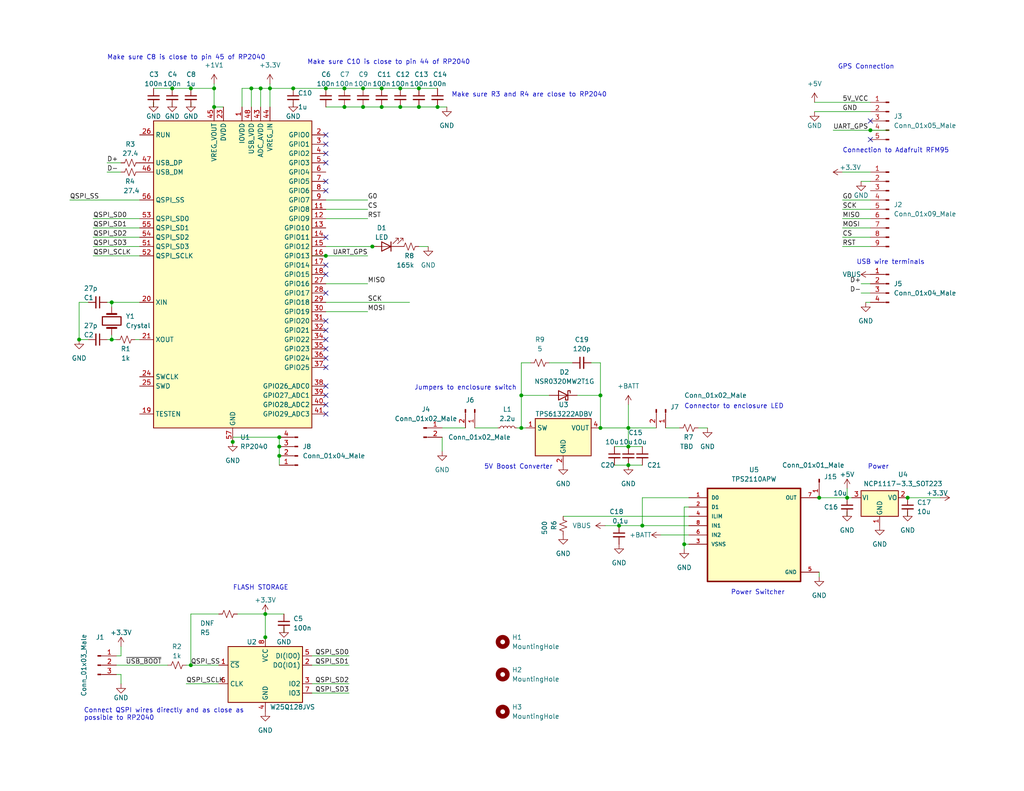
<source format=kicad_sch>
(kicad_sch (version 20211123) (generator eeschema)
  (paper "USLetter")
  (title_block (title "Rover Tranceiver") (date "2022-11-22") (rev "1") (company "Sean Bullis"))
  (lib_symbols
    (symbol "Connector:Conn_01x01_Male" (pin_names (offset 1.016) hide)
      (property "Reference" "J" (at 0 2.54 0))
      (property "Value" "Conn_01x01_Male" (at 0 -2.54 0))
      (symbol "Conn_01x01_Male_1_1"
        (pin passive line (at 5.08 0 180) (length 3.81) (name "Pin_1") (number "1"))
      )
    )
    (symbol "Connector:Conn_01x02_Male" (pin_names (offset 1.016) hide)
      (property "Reference" "J" (at 0 2.54 0))
      (property "Value" "Conn_01x02_Male" (at 0 -5.08 0))
      (symbol "Conn_01x02_Male_1_1"
        (pin passive line (at 5.08 0 180) (length 3.81) (name "Pin_1") (number "1"))
        (pin passive line (at 5.08 -2.54 180) (length 3.81) (name "Pin_2") (number "2"))
      )
    )
    (symbol "Connector:Conn_01x03_Male" (pin_names (offset 1.016) hide)
      (property "Reference" "J" (at 0 5.08 0))
      (property "Value" "Conn_01x03_Male" (at 0 -5.08 0))
      (symbol "Conn_01x03_Male_1_1"
        (pin passive line (at 5.08 2.54 180) (length 3.81) (name "Pin_1") (number "1"))
        (pin passive line (at 5.08 0 180) (length 3.81) (name "Pin_2") (number "2"))
        (pin passive line (at 5.08 -2.54 180) (length 3.81) (name "Pin_3") (number "3"))
      )
    )
    (symbol "Connector:Conn_01x04_Male" (pin_names (offset 1.016) hide)
      (property "Reference" "J" (at 0 5.08 0))
      (property "Value" "Conn_01x04_Male" (at 0 -7.62 0))
      (symbol "Conn_01x04_Male_1_1"
        (pin passive line (at 5.08 2.54 180) (length 3.81) (name "Pin_1") (number "1"))
        (pin passive line (at 5.08 0 180) (length 3.81) (name "Pin_2") (number "2"))
        (pin passive line (at 5.08 -2.54 180) (length 3.81) (name "Pin_3") (number "3"))
        (pin passive line (at 5.08 -5.08 180) (length 3.81) (name "Pin_4") (number "4"))
      )
    )
    (symbol "Connector:Conn_01x05_Male" (pin_names (offset 1.016) hide)
      (property "Reference" "J" (at 0 7.62 0))
      (property "Value" "Conn_01x05_Male" (at 0 -7.62 0))
      (symbol "Conn_01x05_Male_1_1"
        (pin passive line (at 5.08 5.08 180) (length 3.81) (name "Pin_1") (number "1"))
        (pin passive line (at 5.08 2.54 180) (length 3.81) (name "Pin_2") (number "2"))
        (pin passive line (at 5.08 0 180) (length 3.81) (name "Pin_3") (number "3"))
        (pin passive line (at 5.08 -2.54 180) (length 3.81) (name "Pin_4") (number "4"))
        (pin passive line (at 5.08 -5.08 180) (length 3.81) (name "Pin_5") (number "5"))
      )
    )
    (symbol "Connector:Conn_01x09_Male" (pin_names (offset 1.016) hide)
      (property "Reference" "J" (at 0 12.7 0))
      (property "Value" "Conn_01x09_Male" (at 0 -12.7 0))
      (symbol "Conn_01x09_Male_1_1"
        (pin passive line (at 5.08 10.16 180) (length 3.81) (name "Pin_1") (number "1"))
        (pin passive line (at 5.08 7.62 180) (length 3.81) (name "Pin_2") (number "2"))
        (pin passive line (at 5.08 5.08 180) (length 3.81) (name "Pin_3") (number "3"))
        (pin passive line (at 5.08 2.54 180) (length 3.81) (name "Pin_4") (number "4"))
        (pin passive line (at 5.08 0 180) (length 3.81) (name "Pin_5") (number "5"))
        (pin passive line (at 5.08 -2.54 180) (length 3.81) (name "Pin_6") (number "6"))
        (pin passive line (at 5.08 -5.08 180) (length 3.81) (name "Pin_7") (number "7"))
        (pin passive line (at 5.08 -7.62 180) (length 3.81) (name "Pin_8") (number "8"))
        (pin passive line (at 5.08 -10.16 180) (length 3.81) (name "Pin_9") (number "9"))
      )
    )
    (symbol "Device:C_Small" (pin_numbers hide) (pin_names (offset 0.254) hide)
      (property "Reference" "C" (at 0.254 1.778 0))
      (property "Value" "C_Small" (at 0.254 -2.032 0))
      (symbol "C_Small_1_1"
        (pin passive line (at 0 2.54 270) (length 2.032) (name "~") (number "1"))
        (pin passive line (at 0 -2.54 90) (length 2.032) (name "~") (number "2"))
      )
    )
    (symbol "Device:Crystal" (pin_numbers hide) (pin_names (offset 1.016) hide)
      (property "Reference" "Y" (at 0 3.81 0))
      (property "Value" "Crystal" (at 0 -3.81 0))
      (symbol "Crystal_1_1"
        (pin passive line (at -3.81 0 0) (length 1.27) (name "1") (number "1"))
        (pin passive line (at 3.81 0 180) (length 1.27) (name "2") (number "2"))
      )
    )
    (symbol "Device:LED" (pin_numbers hide) (pin_names (offset 1.016) hide)
      (property "Reference" "D" (at 0 2.54 0))
      (property "Value" "LED" (at 0 -2.54 0))
      (symbol "LED_1_1"
        (pin passive line (at -3.81 0 0) (length 2.54) (name "K") (number "1"))
        (pin passive line (at 3.81 0 180) (length 2.54) (name "A") (number "2"))
      )
    )
    (symbol "Device:L_Small" (pin_numbers hide) (pin_names (offset 0.254) hide)
      (property "Reference" "L" (at 0.762 1.016 0))
      (property "Value" "L_Small" (at 0.762 -1.016 0))
      (symbol "L_Small_1_1"
        (pin passive line (at 0 2.54 270) (length 0.508) (name "~") (number "1"))
        (pin passive line (at 0 -2.54 90) (length 0.508) (name "~") (number "2"))
      )
    )
    (symbol "Device:R_Small_US" (pin_numbers hide) (pin_names (offset 0.254) hide)
      (property "Reference" "R" (at 0.762 0.508 0))
      (property "Value" "R_Small_US" (at 0.762 -1.016 0))
      (symbol "R_Small_US_1_1"
        (pin passive line (at 0 2.54 270) (length 1.016) (name "~") (number "1"))
        (pin passive line (at 0 -2.54 90) (length 1.016) (name "~") (number "2"))
      )
    )
    (symbol "Diode:NSR0340HT1G" (pin_numbers hide) (pin_names (offset 1.016) hide)
      (property "Reference" "D" (at 0 2.54 0))
      (property "Value" "NSR0340HT1G" (at 0 -2.54 0))
      (symbol "NSR0340HT1G_1_1"
        (pin passive line (at -3.81 0 0) (length 2.54) (name "K") (number "1"))
        (pin passive line (at 3.81 0 180) (length 2.54) (name "A") (number "2"))
      )
    )
    (symbol "MCU_RaspberryPi:RP2040"
      (property "Reference" "U" (at 17.78 45.72 0))
      (property "Value" "RP2040" (at 17.78 43.18 0))
      (symbol "RP2040_1_1"
        (pin power_in line (at 2.54 45.72 270) (length 3.81) (name "IOVDD") (number "1"))
        (pin passive line (at 2.54 45.72 270) (length 3.81) hide (name "IOVDD") (number "10"))
        (pin bidirectional line (at 25.4 17.78 180) (length 3.81) (name "GPIO8") (number "11"))
        (pin bidirectional line (at 25.4 15.24 180) (length 3.81) (name "GPIO9") (number "12"))
        (pin bidirectional line (at 25.4 12.7 180) (length 3.81) (name "GPIO10") (number "13"))
        (pin bidirectional line (at 25.4 10.16 180) (length 3.81) (name "GPIO11") (number "14"))
        (pin bidirectional line (at 25.4 7.62 180) (length 3.81) (name "GPIO12") (number "15"))
        (pin bidirectional line (at 25.4 5.08 180) (length 3.81) (name "GPIO13") (number "16"))
        (pin bidirectional line (at 25.4 2.54 180) (length 3.81) (name "GPIO14") (number "17"))
        (pin bidirectional line (at 25.4 0 180) (length 3.81) (name "GPIO15") (number "18"))
        (pin input line (at -25.4 -38.1 0) (length 3.81) (name "TESTEN") (number "19"))
        (pin bidirectional line (at 25.4 38.1 180) (length 3.81) (name "GPIO0") (number "2"))
        (pin input line (at -25.4 -7.62 0) (length 3.81) (name "XIN") (number "20"))
        (pin passive line (at -25.4 -17.78 0) (length 3.81) (name "XOUT") (number "21"))
        (pin passive line (at 2.54 45.72 270) (length 3.81) hide (name "IOVDD") (number "22"))
        (pin power_in line (at -2.54 45.72 270) (length 3.81) (name "DVDD") (number "23"))
        (pin output line (at -25.4 -27.94 0) (length 3.81) (name "SWCLK") (number "24"))
        (pin bidirectional line (at -25.4 -30.48 0) (length 3.81) (name "SWD") (number "25"))
        (pin input line (at -25.4 38.1 0) (length 3.81) (name "RUN") (number "26"))
        (pin bidirectional line (at 25.4 -2.54 180) (length 3.81) (name "GPIO16") (number "27"))
        (pin bidirectional line (at 25.4 -5.08 180) (length 3.81) (name "GPIO17") (number "28"))
        (pin bidirectional line (at 25.4 -7.62 180) (length 3.81) (name "GPIO18") (number "29"))
        (pin bidirectional line (at 25.4 35.56 180) (length 3.81) (name "GPIO1") (number "3"))
        (pin bidirectional line (at 25.4 -10.16 180) (length 3.81) (name "GPIO19") (number "30"))
        (pin bidirectional line (at 25.4 -12.7 180) (length 3.81) (name "GPIO20") (number "31"))
        (pin bidirectional line (at 25.4 -15.24 180) (length 3.81) (name "GPIO21") (number "32"))
        (pin passive line (at 2.54 45.72 270) (length 3.81) hide (name "IOVDD") (number "33"))
        (pin bidirectional line (at 25.4 -17.78 180) (length 3.81) (name "GPIO22") (number "34"))
        (pin bidirectional line (at 25.4 -20.32 180) (length 3.81) (name "GPIO23") (number "35"))
        (pin bidirectional line (at 25.4 -22.86 180) (length 3.81) (name "GPIO24") (number "36"))
        (pin bidirectional line (at 25.4 -25.4 180) (length 3.81) (name "GPIO25") (number "37"))
        (pin bidirectional line (at 25.4 -30.48 180) (length 3.81) (name "GPIO26_ADC0") (number "38"))
        (pin bidirectional line (at 25.4 -33.02 180) (length 3.81) (name "GPIO27_ADC1") (number "39"))
        (pin bidirectional line (at 25.4 33.02 180) (length 3.81) (name "GPIO2") (number "4"))
        (pin bidirectional line (at 25.4 -35.56 180) (length 3.81) (name "GPIO28_ADC2") (number "40"))
        (pin bidirectional line (at 25.4 -38.1 180) (length 3.81) (name "GPIO29_ADC3") (number "41"))
        (pin passive line (at 2.54 45.72 270) (length 3.81) hide (name "IOVDD") (number "42"))
        (pin power_in line (at 7.62 45.72 270) (length 3.81) (name "ADC_AVDD") (number "43"))
        (pin power_in line (at 10.16 45.72 270) (length 3.81) (name "VREG_IN") (number "44"))
        (pin power_out line (at -5.08 45.72 270) (length 3.81) (name "VREG_VOUT") (number "45"))
        (pin bidirectional line (at -25.4 27.94 0) (length 3.81) (name "USB_DM") (number "46"))
        (pin bidirectional line (at -25.4 30.48 0) (length 3.81) (name "USB_DP") (number "47"))
        (pin power_in line (at 5.08 45.72 270) (length 3.81) (name "USB_VDD") (number "48"))
        (pin passive line (at 2.54 45.72 270) (length 3.81) hide (name "IOVDD") (number "49"))
        (pin bidirectional line (at 25.4 30.48 180) (length 3.81) (name "GPIO3") (number "5"))
        (pin passive line (at -2.54 45.72 270) (length 3.81) hide (name "DVDD") (number "50"))
        (pin bidirectional line (at -25.4 7.62 0) (length 3.81) (name "QSPI_SD3") (number "51"))
        (pin output line (at -25.4 5.08 0) (length 3.81) (name "QSPI_SCLK") (number "52"))
        (pin bidirectional line (at -25.4 15.24 0) (length 3.81) (name "QSPI_SD0") (number "53"))
        (pin bidirectional line (at -25.4 10.16 0) (length 3.81) (name "QSPI_SD2") (number "54"))
        (pin bidirectional line (at -25.4 12.7 0) (length 3.81) (name "QSPI_SD1") (number "55"))
        (pin bidirectional line (at -25.4 20.32 0) (length 3.81) (name "QSPI_SS") (number "56"))
        (pin power_in line (at 0 -45.72 90) (length 3.81) (name "GND") (number "57"))
        (pin bidirectional line (at 25.4 27.94 180) (length 3.81) (name "GPIO4") (number "6"))
        (pin bidirectional line (at 25.4 25.4 180) (length 3.81) (name "GPIO5") (number "7"))
        (pin bidirectional line (at 25.4 22.86 180) (length 3.81) (name "GPIO6") (number "8"))
        (pin bidirectional line (at 25.4 20.32 180) (length 3.81) (name "GPIO7") (number "9"))
      )
    )
    (symbol "Mechanical:MountingHole" (pin_names (offset 1.016))
      (property "Reference" "H" (at 0 5.08 0))
      (property "Value" "MountingHole" (at 0 3.175 0))
    )
    (symbol "Memory_Flash:W25Q128JVS"
      (property "Reference" "U" (at -8.89 8.89 0))
      (property "Value" "W25Q128JVS" (at 7.62 8.89 0))
      (symbol "W25Q128JVS_1_1"
        (pin input line (at -12.7 2.54 0) (length 2.54) (name "~{CS}") (number "1"))
        (pin bidirectional line (at 12.7 2.54 180) (length 2.54) (name "DO(IO1)") (number "2"))
        (pin bidirectional line (at 12.7 -2.54 180) (length 2.54) (name "IO2") (number "3"))
        (pin power_in line (at 0 -10.16 90) (length 2.54) (name "GND") (number "4"))
        (pin bidirectional line (at 12.7 5.08 180) (length 2.54) (name "DI(IO0)") (number "5"))
        (pin input line (at -12.7 -2.54 0) (length 2.54) (name "CLK") (number "6"))
        (pin bidirectional line (at 12.7 -5.08 180) (length 2.54) (name "IO3") (number "7"))
        (pin power_in line (at 0 10.16 270) (length 2.54) (name "VCC") (number "8"))
      )
    )
    (symbol "Regulator_Linear:NCP1117-3.3_SOT223" (pin_names (offset 0.254))
      (property "Reference" "U" (at -3.81 3.175 0))
      (property "Value" "NCP1117-3.3_SOT223" (at 0 3.175 0))
      (symbol "NCP1117-3.3_SOT223_1_1"
        (pin power_in line (at 0 -7.62 90) (length 2.54) (name "GND") (number "1"))
        (pin power_out line (at 7.62 0 180) (length 2.54) (name "VO") (number "2"))
        (pin power_in line (at -7.62 0 0) (length 2.54) (name "VI") (number "3"))
      )
    )
    (symbol "Regulator_Switching:TPS613222ADBV"
      (property "Reference" "U" (at -7.62 6.35 0))
      (property "Value" "TPS613222ADBV" (at 2.54 6.35 0))
      (symbol "TPS613222ADBV_1_1"
        (pin power_in line (at -10.16 2.54 0) (length 2.54) (name "SW") (number "1"))
        (pin power_in line (at 0 -7.62 90) (length 2.54) (name "GND") (number "2"))
        (pin no_connect line (at -7.62 -2.54 0) (length 2.54) hide (name "NC") (number "3"))
        (pin power_out line (at 10.16 2.54 180) (length 2.54) (name "VOUT") (number "4"))
        (pin no_connect line (at 7.62 -2.54 180) (length 2.54) hide (name "NC") (number "5"))
      )
    )
    (symbol "TPS2110APWR:TPS2110APW" (pin_names (offset 1.016))
      (property "Reference" "U" (at -12.7 13.7 0))
      (property "Value" "TPS2110APW" (at -12.7 -16.7 0))
      (symbol "TPS2110APW_0_0"
        (pin input line (at -17.78 10.16 0) (length 5.08) (name "D0") (number "1"))
        (pin input line (at -17.78 7.62 0) (length 5.08) (name "D1") (number "2"))
        (pin input line (at -17.78 -2.54 0) (length 5.08) (name "VSNS") (number "3"))
        (pin input line (at -17.78 5.08 0) (length 5.08) (name "ILIM") (number "4"))
        (pin power_in line (at 17.78 -10.16 180) (length 5.08) (name "GND") (number "5"))
        (pin input line (at -17.78 0 0) (length 5.08) (name "IN2") (number "6"))
        (pin output line (at 17.78 10.16 180) (length 5.08) (name "OUT") (number "7"))
        (pin input line (at -17.78 2.54 0) (length 5.08) (name "IN1") (number "8"))
      )
    )
    (symbol "power:+1V1" (power) (pin_names (offset 0))
      (property "Value" "+1V1" (at 0 3.556 0))
      (symbol "+1V1_1_1"
        (pin power_in line (at 0 0 90) (length 0) hide (name "+1V1") (number "1"))
      )
    )
    (symbol "power:+3.3V" (power) (pin_names (offset 0))
      (property "Value" "+3.3V" (at 0 3.556 0))
      (symbol "+3.3V_1_1"
        (pin power_in line (at 0 0 90) (length 0) hide (name "+3.3V") (number "1"))
      )
    )
    (symbol "power:+5V" (power) (pin_names (offset 0))
      (property "Value" "+5V" (at 0 3.556 0))
      (symbol "+5V_1_1"
        (pin power_in line (at 0 0 90) (length 0) hide (name "+5V") (number "1"))
      )
    )
    (symbol "power:+BATT" (power) (pin_names (offset 0))
      (property "Value" "+BATT" (at 0 3.556 0))
      (symbol "+BATT_1_1"
        (pin power_in line (at 0 0 90) (length 0) hide (name "+BATT") (number "1"))
      )
    )
    (symbol "power:GND" (power) (pin_names (offset 0))
      (property "Value" "GND" (at 0 -3.81 0))
      (symbol "GND_1_1"
        (pin power_in line (at 0 0 270) (length 0) hide (name "GND") (number "1"))
      )
    )
    (symbol "power:VBUS" (power) (pin_names (offset 0))
      (property "Value" "VBUS" (at 0 3.81 0))
      (symbol "VBUS_1_1"
        (pin power_in line (at 0 0 90) (length 0) hide (name "VBUS") (number "1"))
      )
    )
  )
  (junction (at 142.24 107.95))
  (junction (at 52.07 181.61))
  (junction (at 163.83 116.84))
  (junction (at 73.66 24.13))
  (junction (at 30.48 82.55))
  (junction (at 52.07 24.13))
  (junction (at 93.98 24.13))
  (junction (at 109.22 24.13))
  (junction (at 114.3 24.13))
  (junction (at 63.5 120.65))
  (junction (at 223.52 135.89))
  (junction (at 99.06 24.13))
  (junction (at 99.06 29.21))
  (junction (at 109.22 29.21))
  (junction (at 46.99 24.13))
  (junction (at 119.38 29.21))
  (junction (at 142.24 116.84))
  (junction (at 58.42 29.21))
  (junction (at 237.49 35.56))
  (junction (at 68.58 24.13))
  (junction (at 171.45 121.92))
  (junction (at 93.98 29.21))
  (junction (at 21.59 92.71))
  (junction (at 88.9 24.13))
  (junction (at 72.39 167.64))
  (junction (at 104.14 29.21))
  (junction (at 80.01 24.13))
  (junction (at 114.3 29.21))
  (junction (at 163.83 107.95))
  (junction (at 247.65 135.89))
  (junction (at 88.9 69.85))
  (junction (at 72.39 173.99))
  (junction (at 101.6 67.31))
  (junction (at 76.2 124.46))
  (junction (at 76.2 119.38))
  (junction (at 171.45 127))
  (junction (at 231.14 135.89))
  (junction (at 30.48 92.71))
  (junction (at 171.45 116.84))
  (junction (at 186.69 148.59))
  (junction (at 58.42 24.13))
  (junction (at 76.2 121.92))
  (junction (at 71.12 24.13))
  (junction (at 175.26 143.51))
  (junction (at 104.14 24.13))
  (junction (at 168.91 143.51))
  (no_connect (at 334.01 58.42))
  (no_connect (at 237.49 38.1))
  (no_connect (at 88.9 39.37))
  (no_connect (at 88.9 36.83))
  (no_connect (at 88.9 41.91))
  (no_connect (at 88.9 49.53))
  (no_connect (at 88.9 44.45))
  (no_connect (at 88.9 110.49))
  (no_connect (at 88.9 105.41))
  (no_connect (at 88.9 100.33))
  (no_connect (at 88.9 97.79))
  (no_connect (at 88.9 107.95))
  (no_connect (at 88.9 113.03))
  (no_connect (at 88.9 95.25))
  (no_connect (at 88.9 92.71))
  (no_connect (at 88.9 90.17))
  (no_connect (at 88.9 87.63))
  (no_connect (at 88.9 80.01))
  (no_connect (at 88.9 74.93))
  (no_connect (at 88.9 72.39))
  (no_connect (at 88.9 64.77))
  (no_connect (at 88.9 52.07))
  (no_connect (at 237.49 33.02))
  (wire (pts (xy 25.4 62.23) (xy 38.1 62.23)))
  (wire (pts (xy 80.01 24.13) (xy 88.9 24.13)))
  (wire (pts (xy 149.86 99.06) (xy 156.21 99.06)))
  (wire (pts (xy 88.9 29.21) (xy 93.98 29.21)))
  (wire (pts (xy 171.45 116.84) (xy 179.07 116.84)))
  (wire (pts (xy 231.14 135.89) (xy 232.41 135.89)))
  (wire (pts (xy 88.9 77.47) (xy 100.33 77.47)))
  (wire (pts (xy 85.09 179.07) (xy 95.25 179.07)))
  (wire (pts (xy 31.75 92.71) (xy 30.48 92.71)))
  (wire (pts (xy 114.3 29.21) (xy 119.38 29.21)))
  (wire (pts (xy 73.66 24.13) (xy 80.01 24.13)))
  (wire (pts (xy 68.58 24.13) (xy 71.12 24.13)))
  (wire (pts (xy 33.02 176.53) (xy 33.02 179.07)))
  (wire (pts (xy 46.99 24.13) (xy 52.07 24.13)))
  (wire (pts (xy 227.33 35.56) (xy 237.49 35.56)))
  (wire (pts (xy 36.83 92.71) (xy 38.1 92.71)))
  (wire (pts (xy 30.48 82.55) (xy 38.1 82.55)))
  (wire (pts (xy 30.48 91.44) (xy 30.48 92.71)))
  (wire (pts (xy 72.39 167.64) (xy 77.47 167.64)))
  (wire (pts (xy 52.07 27.94) (xy 52.07 29.21)))
  (wire (pts (xy 175.26 135.89) (xy 175.26 143.51)))
  (wire (pts (xy 120.65 116.84) (xy 127 116.84)))
  (wire (pts (xy 88.9 85.09) (xy 100.33 85.09)))
  (wire (pts (xy 171.45 121.92) (xy 175.26 121.92)))
  (wire (pts (xy 80.01 27.94) (xy 80.01 29.21)))
  (wire (pts (xy 66.04 24.13) (xy 68.58 24.13)))
  (wire (pts (xy 76.2 121.92) (xy 76.2 124.46)))
  (wire (pts (xy 171.45 110.49) (xy 171.45 116.84)))
  (wire (pts (xy 50.8 186.69) (xy 59.69 186.69)))
  (wire (pts (xy 63.5 119.38) (xy 76.2 119.38)))
  (wire (pts (xy 140.97 116.84) (xy 142.24 116.84)))
  (wire (pts (xy 114.3 24.13) (xy 119.38 24.13)))
  (wire (pts (xy 88.9 24.13) (xy 93.98 24.13)))
  (wire (pts (xy 72.39 167.64) (xy 72.39 173.99)))
  (wire (pts (xy 25.4 64.77) (xy 38.1 64.77)))
  (wire (pts (xy 175.26 135.89) (xy 187.96 135.89)))
  (wire (pts (xy 58.42 22.86) (xy 58.42 24.13)))
  (wire (pts (xy 163.83 116.84) (xy 171.45 116.84)))
  (wire (pts (xy 163.83 99.06) (xy 161.29 99.06)))
  (wire (pts (xy 167.64 127) (xy 171.45 127)))
  (wire (pts (xy 247.65 139.7) (xy 247.65 140.97)))
  (wire (pts (xy 88.9 67.31) (xy 101.6 67.31)))
  (wire (pts (xy 77.47 171.45) (xy 77.47 172.72)))
  (wire (pts (xy 64.77 167.64) (xy 72.39 167.64)))
  (wire (pts (xy 52.07 181.61) (xy 52.07 167.64)))
  (wire (pts (xy 88.9 54.61) (xy 100.33 54.61)))
  (wire (pts (xy 66.04 24.13) (xy 66.04 29.21)))
  (wire (pts (xy 165.1 143.51) (xy 168.91 143.51)))
  (wire (pts (xy 88.9 69.85) (xy 100.33 69.85)))
  (wire (pts (xy 229.87 59.69) (xy 237.49 59.69)))
  (wire (pts (xy 186.69 148.59) (xy 186.69 149.86)))
  (wire (pts (xy 181.61 116.84) (xy 185.42 116.84)))
  (wire (pts (xy 171.45 121.92) (xy 171.45 116.84)))
  (wire (pts (xy 88.9 59.69) (xy 100.33 59.69)))
  (wire (pts (xy 41.91 24.13) (xy 46.99 24.13)))
  (wire (pts (xy 50.8 181.61) (xy 52.07 181.61)))
  (wire (pts (xy 76.2 119.38) (xy 76.2 121.92)))
  (wire (pts (xy 52.07 181.61) (xy 59.69 181.61)))
  (wire (pts (xy 114.3 67.31) (xy 116.84 67.31)))
  (wire (pts (xy 142.24 107.95) (xy 142.24 99.06)))
  (wire (pts (xy 229.87 64.77) (xy 237.49 64.77)))
  (wire (pts (xy 73.66 24.13) (xy 73.66 29.21)))
  (wire (pts (xy 175.26 143.51) (xy 187.96 143.51)))
  (wire (pts (xy 186.69 138.43) (xy 186.69 148.59)))
  (wire (pts (xy 52.07 167.64) (xy 59.69 167.64)))
  (wire (pts (xy 19.05 54.61) (xy 38.1 54.61)))
  (wire (pts (xy 30.48 83.82) (xy 30.48 82.55)))
  (wire (pts (xy 229.87 46.99) (xy 237.49 46.99)))
  (wire (pts (xy 71.12 24.13) (xy 71.12 29.21)))
  (wire (pts (xy 104.14 24.13) (xy 109.22 24.13)))
  (wire (pts (xy 85.09 69.85) (xy 88.9 69.85)))
  (wire (pts (xy 222.25 30.48) (xy 237.49 30.48)))
  (wire (pts (xy 104.14 29.21) (xy 109.22 29.21)))
  (wire (pts (xy 234.95 77.47) (xy 237.49 77.47)))
  (wire (pts (xy 25.4 67.31) (xy 38.1 67.31)))
  (wire (pts (xy 247.65 135.89) (xy 256.54 135.89)))
  (wire (pts (xy 71.12 24.13) (xy 73.66 24.13)))
  (wire (pts (xy 109.22 24.13) (xy 114.3 24.13)))
  (wire (pts (xy 119.38 29.21) (xy 121.92 29.21)))
  (wire (pts (xy 25.4 59.69) (xy 38.1 59.69)))
  (wire (pts (xy 153.67 140.97) (xy 187.96 140.97)))
  (wire (pts (xy 157.48 107.95) (xy 163.83 107.95)))
  (wire (pts (xy 171.45 127) (xy 175.26 127)))
  (wire (pts (xy 236.22 82.55) (xy 237.49 82.55)))
  (wire (pts (xy 31.75 184.15) (xy 33.02 184.15)))
  (wire (pts (xy 234.95 49.53) (xy 237.49 49.53)))
  (wire (pts (xy 58.42 24.13) (xy 58.42 29.21)))
  (wire (pts (xy 109.22 29.21) (xy 114.3 29.21)))
  (wire (pts (xy 222.25 27.94) (xy 237.49 27.94)))
  (wire (pts (xy 33.02 184.15) (xy 33.02 186.69)))
  (wire (pts (xy 99.06 29.21) (xy 104.14 29.21)))
  (wire (pts (xy 163.83 116.84) (xy 163.83 107.95)))
  (wire (pts (xy 85.09 181.61) (xy 95.25 181.61)))
  (wire (pts (xy 31.75 181.61) (xy 45.72 181.61)))
  (wire (pts (xy 231.14 139.7) (xy 231.14 140.97)))
  (wire (pts (xy 52.07 24.13) (xy 58.42 24.13)))
  (wire (pts (xy 68.58 24.13) (xy 68.58 29.21)))
  (wire (pts (xy 223.52 156.21) (xy 223.52 157.48)))
  (wire (pts (xy 93.98 29.21) (xy 99.06 29.21)))
  (wire (pts (xy 73.66 22.86) (xy 73.66 24.13)))
  (wire (pts (xy 88.9 82.55) (xy 111.76 82.55)))
  (wire (pts (xy 187.96 138.43) (xy 186.69 138.43)))
  (wire (pts (xy 168.91 143.51) (xy 175.26 143.51)))
  (wire (pts (xy 142.24 99.06) (xy 144.78 99.06)))
  (wire (pts (xy 231.14 133.35) (xy 231.14 135.89)))
  (wire (pts (xy 142.24 116.84) (xy 143.51 116.84)))
  (wire (pts (xy 25.4 69.85) (xy 38.1 69.85)))
  (wire (pts (xy 63.5 119.38) (xy 63.5 120.65)))
  (wire (pts (xy 31.75 179.07) (xy 33.02 179.07)))
  (wire (pts (xy 229.87 62.23) (xy 237.49 62.23)))
  (wire (pts (xy 142.24 116.84) (xy 142.24 107.95)))
  (wire (pts (xy 142.24 107.95) (xy 149.86 107.95)))
  (wire (pts (xy 180.34 146.05) (xy 187.96 146.05)))
  (wire (pts (xy 85.09 189.23) (xy 95.25 189.23)))
  (wire (pts (xy 41.91 27.94) (xy 41.91 29.21)))
  (wire (pts (xy 76.2 124.46) (xy 76.2 127)))
  (wire (pts (xy 129.54 116.84) (xy 135.89 116.84)))
  (wire (pts (xy 120.65 119.38) (xy 120.65 123.19)))
  (wire (pts (xy 186.69 148.59) (xy 187.96 148.59)))
  (wire (pts (xy 223.52 135.89) (xy 231.14 135.89)))
  (wire (pts (xy 24.13 82.55) (xy 21.59 82.55)))
  (wire (pts (xy 234.95 80.01) (xy 237.49 80.01)))
  (wire (pts (xy 58.42 29.21) (xy 60.96 29.21)))
  (wire (pts (xy 93.98 24.13) (xy 99.06 24.13)))
  (wire (pts (xy 85.09 186.69) (xy 95.25 186.69)))
  (wire (pts (xy 99.06 24.13) (xy 104.14 24.13)))
  (wire (pts (xy 21.59 92.71) (xy 24.13 92.71)))
  (wire (pts (xy 229.87 67.31) (xy 237.49 67.31)))
  (wire (pts (xy 163.83 107.95) (xy 163.83 99.06)))
  (wire (pts (xy 167.64 121.92) (xy 171.45 121.92)))
  (wire (pts (xy 29.21 46.99) (xy 33.02 46.99)))
  (wire (pts (xy 29.21 92.71) (xy 30.48 92.71)))
  (wire (pts (xy 190.5 116.84) (xy 193.04 116.84)))
  (wire (pts (xy 72.39 173.99) (xy 72.39 175.26)))
  (wire (pts (xy 101.6 67.31) (xy 102.87 67.31)))
  (wire (pts (xy 29.21 82.55) (xy 30.48 82.55)))
  (wire (pts (xy 46.99 27.94) (xy 46.99 29.21)))
  (wire (pts (xy 21.59 82.55) (xy 21.59 92.71)))
  (wire (pts (xy 29.21 44.45) (xy 33.02 44.45)))
  (wire (pts (xy 242.57 35.56) (xy 237.49 35.56)))
  (wire (pts (xy 229.87 54.61) (xy 237.49 54.61)))
  (wire (pts (xy 229.87 57.15) (xy 237.49 57.15)))
  (wire (pts (xy 88.9 57.15) (xy 100.33 57.15)))
  (text "Connect QSPI wires directly and as close as \npossible to RP2040" (at 22.86 196.85 0) (effects (font (size 1.27 1.27)) (justify left bottom)))
  (text "Power" (at 242.57 128.27 180) (effects (font (size 1.27 1.27)) (justify right bottom)))
  (text "Make sure R3 and R4 are close to RP2040\n" (at 123.19 26.67 0) (effects (font (size 1.27 1.27)) (justify left bottom)))
  (text "5V Boost Converter" (at 132.08 128.27 0) (effects (font (size 1.27 1.27)) (justify left bottom)))
  (text "USB wire terminals\n" (at 233.68 72.39 0) (effects (font (size 1.27 1.27)) (justify left bottom)))
  (text "Connector to enclosure LED\n" (at 186.69 111.76 0) (effects (font (size 1.27 1.27)) (justify left bottom)))
  (text "Make sure C8 is close to pin 45 of RP2040\n" (at 29.21 16.51 0) (effects (font (size 1.27 1.27)) (justify left bottom)))
  (text "Jumpers to enclosure switch" (at 113.03 106.68 0) (effects (font (size 1.27 1.27)) (justify left bottom)))
  (text "Power Switcher\n" (at 199.39 162.56 0) (effects (font (size 1.27 1.27)) (justify left bottom)))
  (text "GPS Connection\n" (at 228.6 19.05 0) (effects (font (size 1.27 1.27)) (justify left bottom)))
  (text "Connection to Adafruit RFM95\n" (at 229.87 41.91 0) (effects (font (size 1.27 1.27)) (justify left bottom)))
  (text "Make sure C10 is close to pin 44 of RP2040\n" (at 83.82 17.78 0) (effects (font (size 1.27 1.27)) (justify left bottom)))
  (text "FLASH STORAGE" (at 78.74 161.29 180) (effects (font (size 1.27 1.27)) (justify right bottom)))
  (label "RST" (at 229.87 67.31 0))
  (label "QSPI_SD1" (at 25.4 62.23 0))
  (label "QSPI_SD2" (at 95.25 186.69 180))
  (label "MOSI" (at 229.87 62.23 0))
  (label "QSPI_SS" (at 19.05 54.61 0))
  (label "SCK" (at 229.87 57.15 0))
  (label "QSPI_SD3" (at 25.4 67.31 0))
  (label "QSPI_SD2" (at 25.4 64.77 0))
  (label "UART_GPS" (at 227.33 35.56 0))
  (label "G0" (at 229.87 54.61 0))
  (label "QSPI_SD0" (at 25.4 59.69 0))
  (label "5V_VCC" (at 229.87 27.94 0))
  (label "GND" (at 229.87 30.48 0))
  (label "D-" (at 234.95 80.01 180))
  (label "D-" (at 29.21 46.99 0))
  (label "G0" (at 100.33 54.61 0))
  (label "~{USB_BOOT}" (at 34.29 181.61 0))
  (label "QSPI_SD1" (at 95.25 181.61 180))
  (label "RST" (at 100.33 59.69 0))
  (label "QSPI_SCLK" (at 25.4 69.85 0))
  (label "MISO" (at 100.33 77.47 0))
  (label "MISO" (at 229.87 59.69 0))
  (label "QSPI_SCLK" (at 50.8 186.69 0))
  (label "QSPI_SD0" (at 95.25 179.07 180))
  (label "QSPI_SS" (at 52.07 181.61 0))
  (label "QSPI_SD3" (at 95.25 189.23 180))
  (label "MOSI" (at 100.33 85.09 0))
  (label "D+" (at 29.21 44.45 0))
  (label "UART_GPS" (at 100.33 69.85 180))
  (label "SCK" (at 100.33 82.55 0))
  (label "D+" (at 234.95 77.47 180))
  (label "CS" (at 229.87 64.77 0))
  (label "CS" (at 100.33 57.15 0))
  (symbol (lib_id "power:GND") (at 168.91 148.59 0) (mirror y) (unit 1)
    (property "Reference" "#PWR0137" (effects hide))
    (property "Value" "GND" (at 168.91 153.67 0))
  )
  (symbol (lib_id "power:GND") (at 52.07 27.94 0) (unit 1)
    (property "Reference" "#PWR0107" (effects hide))
    (property "Value" "GND" (at 52.07 31.75 0))
  )
  (symbol (lib_id "power:GND") (at 153.67 127 0) (unit 1)
    (property "Reference" "#PWR0122" (effects hide))
    (property "Value" "GND" (at 153.67 132.08 0))
  )
  (symbol (lib_id "Device:C_Small") (at 104.14 26.67 0) (unit 1)
    (property "Reference" "C11" (at 102.87 20.32 0) (effects (justify left)))
    (property "Value" "100n" (at 101.6 22.86 0) (effects (justify left)))
    (property "Footprint" "Capacitor_SMD:C_0603_1608Metric_Pad1.08x0.95mm_HandSolder" (effects hide))
    (property "Category" "Capacitor" (effects hide))
    (property "DK_Datasheet_Link" "https://search.murata.co.jp/Ceramy/image/img/A01X/G101/ENG/GRT033C81A104KE01-01.pdf" (effects hide))
    (property "DK_Detail_Page" "https://www.digikey.com/en/products/detail/murata-electronics/GRT033C81A104KE01D/5416654" (effects hide))
    (property "Digi-Key_PN" "490-12232-1-ND" (effects hide))
  )
  (symbol (lib_id "power:GND") (at 153.67 146.05 0) (unit 1)
    (property "Reference" "#PWR0123" (effects hide))
    (property "Value" "GND" (at 153.67 151.13 0))
  )
  (symbol (lib_id "Device:C_Small") (at 41.91 26.67 0) (unit 1)
    (property "Reference" "C3" (at 40.64 20.32 0) (effects (justify left)))
    (property "Value" "100n" (at 39.37 22.86 0) (effects (justify left)))
    (property "Footprint" "Capacitor_SMD:C_0603_1608Metric_Pad1.08x0.95mm_HandSolder" (effects hide))
    (property "Category" "Capacitor" (effects hide))
    (property "DK_Datasheet_Link" "https://search.murata.co.jp/Ceramy/image/img/A01X/G101/ENG/GRT033C81A104KE01-01.pdf" (effects hide))
    (property "DK_Detail_Page" "https://www.digikey.com/en/products/detail/murata-electronics/GRT033C81A104KE01D/5416654" (effects hide))
    (property "Digi-Key_PN" "490-12232-1-ND" (effects hide))
  )
  (symbol (lib_id "Connector:Conn_01x09_Male") (at 242.57 57.15 0) (mirror y) (unit 1)
    (property "Reference" "J2" (at 243.84 55.8799 0) (effects (justify right)))
    (property "Value" "Conn_01x09_Male" (at 243.84 58.4199 0) (effects (justify right)))
    (property "Footprint" "Connector_PinHeader_2.54mm:PinHeader_1x09_P2.54mm_Vertical" (effects hide))
  )
  (symbol (lib_id "Device:R_Small_US") (at 48.26 181.61 270) (unit 1)
    (property "Reference" "R2" (at 48.26 176.53 90))
    (property "Value" "1k" (at 48.26 179.07 90))
    (property "Footprint" "Resistor_SMD:R_0603_1608Metric_Pad0.98x0.95mm_HandSolder" (effects hide))
    (property "Category" "Resistor" (effects hide))
    (property "DK_Datasheet_Link" "https://www.seielect.com/catalog/sei-rncp.pdf" (effects hide))
    (property "DK_Detail_Page" "https://www.digikey.com/en/products/detail/stackpole-electronics-inc/RNCP0603FTD1K00/2240106" (effects hide))
    (property "Digi-Key_PN" "RNCP0603FTD1K00CT-ND" (effects hide))
  )
  (symbol (lib_id "Device:C_Small") (at 175.26 124.46 0) (unit 1)
    (property "Reference" "C21" (at 176.53 127 0) (effects (justify left)))
    (property "Value" "10u" (at 172.72 120.65 0) (effects (justify left)))
    (property "Footprint" "Capacitor_SMD:C_0603_1608Metric_Pad1.08x0.95mm_HandSolder" (effects hide))
    (property "Category" "Capacitor" (effects hide))
    (property "DK_Datasheet_Link" "https://search.murata.co.jp/Ceramy/image/img/A01X/G101/ENG/GRT033C81A104KE01-01.pdf" (effects hide))
    (property "DK_Detail_Page" "https://www.digikey.com/en/products/detail/murata-electronics/GRT033C81A104KE01D/5416654" (effects hide))
    (property "Digi-Key_PN" "490-12232-1-ND" (effects hide))
  )
  (symbol (lib_id "Device:C_Small") (at 167.64 124.46 0) (unit 1)
    (property "Reference" "C20" (at 163.83 127 0) (effects (justify left)))
    (property "Value" "10u" (at 165.1 120.65 0) (effects (justify left)))
    (property "Footprint" "Capacitor_SMD:C_0603_1608Metric_Pad1.08x0.95mm_HandSolder" (effects hide))
    (property "Category" "Capacitor" (effects hide))
    (property "DK_Datasheet_Link" "https://search.murata.co.jp/Ceramy/image/img/A01X/G101/ENG/GRT033C81A104KE01-01.pdf" (effects hide))
    (property "DK_Detail_Page" "https://www.digikey.com/en/products/detail/murata-electronics/GRT033C81A104KE01D/5416654" (effects hide))
    (property "Digi-Key_PN" "490-12232-1-ND" (effects hide))
  )
  (symbol (lib_id "power:+BATT") (at 180.34 146.05 90) (unit 1)
    (property "Reference" "#PWR0136" (effects hide))
    (property "Value" "+BATT" (at 177.8 146.05 90) (effects (justify left)))
  )
  (symbol (lib_id "Connector:Conn_01x05_Male") (at 242.57 33.02 0) (mirror y) (unit 1)
    (property "Reference" "J3" (at 243.84 31.7499 0) (effects (justify right)))
    (property "Value" "Conn_01x05_Male" (at 243.84 34.2899 0) (effects (justify right)))
    (property "Footprint" "Connector_PinHeader_2.54mm:PinHeader_1x05_P2.54mm_Vertical" (effects hide))
  )
  (symbol (lib_id "MCU_RaspberryPi:RP2040") (at 63.5 74.93 0) (unit 1)
    (property "Reference" "U1" (at 65.5194 119.38 0) (effects (justify left)))
    (property "Value" "RP2040" (at 65.5194 121.92 0) (effects (justify left)))
    (property "Footprint" "Package_DFN_QFN:QFN-56-1EP_7x7mm_P0.4mm_EP3.2x3.2mm" (effects hide))
    (property "Datasheet" "https://datasheets.raspberrypi.com/rp2040/rp2040-datasheet.pdf" (effects hide))
    (property "Part Number" "2648-SC0914(7)TR-ND" (effects hide))
    (property "Stocking" "https://www.digikey.com/en/products/detail/raspberry-pi/SC0914-7/14306009" (effects hide))
    (property "Category" "Micocontroller" (effects hide))
    (property "DK_Datasheet_Link" "https://datasheets.raspberrypi.com/rp2040/rp2040-datasheet.pdf" (effects hide))
    (property "DK_Detail_Page" "https://www.digikey.com/en/products/detail/raspberry-pi/SC0914-13/14306010" (effects hide))
    (property "Digi-Key_PN" "2648-SC0914(13)CT-ND" (effects hide))
  )
  (symbol (lib_id "power:GND") (at 223.52 157.48 0) (unit 1)
    (property "Reference" "#PWR0127" (effects hide))
    (property "Value" "GND" (at 223.52 162.56 0))
  )
  (symbol (lib_id "power:GND") (at 46.99 27.94 0) (unit 1)
    (property "Reference" "#PWR0105" (effects hide))
    (property "Value" "GND" (at 46.99 31.75 0))
  )
  (symbol (lib_id "power:GND") (at 120.65 123.19 0) (unit 1)
    (property "Reference" "#PWR0131" (effects hide))
    (property "Value" "GND" (at 120.65 128.27 0))
  )
  (symbol (lib_id "power:GND") (at 77.47 171.45 0) (unit 1)
    (property "Reference" "#PWR0110" (effects hide))
    (property "Value" "GND" (at 77.47 175.26 0))
  )
  (symbol (lib_id "Device:C_Small") (at 99.06 26.67 0) (unit 1)
    (property "Reference" "C9" (at 97.79 20.32 0) (effects (justify left)))
    (property "Value" "100n" (at 96.52 22.86 0) (effects (justify left)))
    (property "Footprint" "Capacitor_SMD:C_0603_1608Metric_Pad1.08x0.95mm_HandSolder" (effects hide))
    (property "Category" "Capacitor" (effects hide))
    (property "DK_Datasheet_Link" "https://search.murata.co.jp/Ceramy/image/img/A01X/G101/ENG/GRT033C81A104KE01-01.pdf" (effects hide))
    (property "DK_Detail_Page" "https://www.digikey.com/en/products/detail/murata-electronics/GRT033C81A104KE01D/5416654" (effects hide))
    (property "Digi-Key_PN" "490-12232-1-ND" (effects hide))
  )
  (symbol (lib_id "power:GND") (at 240.03 143.51 0) (unit 1)
    (property "Reference" "#PWR0120" (effects hide))
    (property "Value" "GND" (at 240.03 148.59 0))
  )
  (symbol (lib_id "Device:C_Small") (at 46.99 26.67 0) (unit 1)
    (property "Reference" "C4" (at 45.72 20.32 0) (effects (justify left)))
    (property "Value" "100n" (at 44.45 22.86 0) (effects (justify left)))
    (property "Footprint" "Capacitor_SMD:C_0603_1608Metric_Pad1.08x0.95mm_HandSolder" (effects hide))
    (property "Category" "Capacitor" (effects hide))
    (property "DK_Datasheet_Link" "https://search.murata.co.jp/Ceramy/image/img/A01X/G101/ENG/GRT033C81A104KE01-01.pdf" (effects hide))
    (property "DK_Detail_Page" "https://www.digikey.com/en/products/detail/murata-electronics/GRT033C81A104KE01D/5416654" (effects hide))
    (property "Digi-Key_PN" "490-12232-1-ND" (effects hide))
  )
  (symbol (lib_id "power:VBUS") (at 165.1 143.51 90) (unit 1)
    (property "Reference" "#PWR0114" (effects hide))
    (property "Value" "VBUS" (at 161.29 143.5099 90) (effects (justify left)))
  )
  (symbol (lib_id "power:GND") (at 171.45 127 0) (unit 1)
    (property "Reference" "#PWR0125" (effects hide))
    (property "Value" "GND" (at 171.45 132.08 0))
  )
  (symbol (lib_id "power:GND") (at 80.01 27.94 0) (unit 1)
    (property "Reference" "#PWR0104" (effects hide))
    (property "Value" "GND" (at 80.01 31.75 0))
  )
  (symbol (lib_id "Connector:Conn_01x04_Male") (at 81.28 124.46 180) (unit 1)
    (property "Reference" "J8" (at 82.55 121.9199 0) (effects (justify right)))
    (property "Value" "Conn_01x04_Male" (at 82.55 124.4599 0) (effects (justify right)))
    (property "Footprint" "Connector_PinHeader_2.54mm:PinHeader_1x04_P2.54mm_Vertical" (effects hide))
  )
  (symbol (lib_id "power:GND") (at 116.84 67.31 0) (unit 1)
    (property "Reference" "#PWR0135" (effects hide))
    (property "Value" "GND" (at 116.84 72.39 0))
  )
  (symbol (lib_id "power:GND") (at 63.5 120.65 0) (unit 1)
    (property "Reference" "#PWR0108" (effects hide))
    (property "Value" "GND" (at 63.5 125.73 0))
  )
  (symbol (lib_id "Device:Crystal") (at 30.48 87.63 270) (unit 1)
    (property "Reference" "Y1" (at 34.29 86.3599 90) (effects (justify left)))
    (property "Value" "Crystal" (at 34.29 88.8999 90) (effects (justify left)))
    (property "Footprint" "Crystal:Crystal_SMD_HC49-SD" (effects hide))
    (property "Part Number" "535-10218-1-ND" (effects hide))
    (property "Stocking" "digikey.com/en/products/detail/abracon-llc/ABLS-12-000MHZ-B4-T/2184161?s=N4IgTCBcDaIIICEAyBlAtARjAOgAz4FkAJALTQQBY0AVEAXQF8g" (effects hide))
    (property "Category" "Clock" (effects hide))
    (property "DK_Datasheet_Link" "https://abracon.com/Resonators/ABLS.pdf" (effects hide))
    (property "DK_Detail_Page" "https://www.digikey.com/en/products/detail/abracon-llc/ABLS-12-000MHZ-B4-T/2184161?s=N4IgTCBcDaIIICEAyBlAtARjAOgAz4FkAJALTQQBY0AVEAXQF8g" (effects hide))
    (property "Digi-Key_PN" "535-10218-1-ND - Cut Tape" (effects hide))
  )
  (symbol (lib_id "Device:C_Small") (at 88.9 26.67 0) (unit 1)
    (property "Reference" "C6" (at 87.63 20.32 0) (effects (justify left)))
    (property "Value" "100n" (at 86.36 22.86 0) (effects (justify left)))
    (property "Footprint" "Capacitor_SMD:C_0603_1608Metric_Pad1.08x0.95mm_HandSolder" (effects hide))
    (property "Category" "Capacitor" (effects hide))
    (property "DK_Datasheet_Link" "https://search.murata.co.jp/Ceramy/image/img/A01X/G101/ENG/GRT033C81A104KE01-01.pdf" (effects hide))
    (property "DK_Detail_Page" "https://www.digikey.com/en/products/detail/murata-electronics/GRT033C81A104KE01D/5416654" (effects hide))
    (property "Digi-Key_PN" "490-12232-1-ND" (effects hide))
  )
  (symbol (lib_id "Device:C_Small") (at 171.45 124.46 0) (unit 1)
    (property "Reference" "C15" (at 171.45 118.11 0) (effects (justify left)))
    (property "Value" "10u" (at 168.91 120.65 0) (effects (justify left)))
    (property "Footprint" "Capacitor_SMD:C_0603_1608Metric_Pad1.08x0.95mm_HandSolder" (effects hide))
    (property "Category" "Capacitor" (effects hide))
    (property "DK_Datasheet_Link" "https://search.murata.co.jp/Ceramy/image/img/A01X/G101/ENG/GRT033C81A104KE01-01.pdf" (effects hide))
    (property "DK_Detail_Page" "https://www.digikey.com/en/products/detail/murata-electronics/GRT033C81A104KE01D/5416654" (effects hide))
    (property "Digi-Key_PN" "490-12232-1-ND" (effects hide))
  )
  (symbol (lib_id "Device:C_Small") (at 93.98 26.67 0) (unit 1)
    (property "Reference" "C7" (at 92.71 20.32 0) (effects (justify left)))
    (property "Value" "100n" (at 91.44 22.86 0) (effects (justify left)))
    (property "Footprint" "Capacitor_SMD:C_0603_1608Metric_Pad1.08x0.95mm_HandSolder" (effects hide))
    (property "Category" "Capacitor" (effects hide))
    (property "DK_Datasheet_Link" "https://search.murata.co.jp/Ceramy/image/img/A01X/G101/ENG/GRT033C81A104KE01-01.pdf" (effects hide))
    (property "DK_Detail_Page" "https://www.digikey.com/en/products/detail/murata-electronics/GRT033C81A104KE01D/5416654" (effects hide))
    (property "Digi-Key_PN" "490-12232-1-ND" (effects hide))
  )
  (symbol (lib_id "Mechanical:MountingHole") (at 137.16 184.15 0) (unit 1)
    (property "Reference" "H2" (at 139.7 182.8799 0) (effects (justify left)))
    (property "Value" "MountingHole" (at 139.7 185.4199 0) (effects (justify left)))
    (property "Footprint" "MountingHole:MountingHole_2.1mm" (effects hide))
  )
  (symbol (lib_id "Device:R_Small_US") (at 111.76 67.31 90) (unit 1)
    (property "Reference" "R8" (at 113.03 69.85 90) (effects (justify left)))
    (property "Value" "165k" (at 113.03 72.39 90) (effects (justify left)))
    (property "Footprint" "Resistor_SMD:R_0603_1608Metric_Pad0.98x0.95mm_HandSolder" (effects hide))
    (property "Category" "Resistor" (effects hide))
    (property "DK_Datasheet_Link" "https://www.seielect.com/catalog/sei-rncp.pdf" (effects hide))
    (property "DK_Detail_Page" "https://www.digikey.com/en/products/detail/stackpole-electronics-inc/RNCP0603FTD1K00/2240106" (effects hide))
    (property "Digi-Key_PN" "RNCP0603FTD1K00CT-ND" (effects hide))
  )
  (symbol (lib_id "Device:R_Small_US") (at 35.56 46.99 90) (unit 1)
    (property "Reference" "R4" (at 36.83 49.53 90) (effects (justify left)))
    (property "Value" "27.4" (at 38.1 52.07 90) (effects (justify left)))
    (property "Footprint" "Resistor_SMD:R_0603_1608Metric_Pad0.98x0.95mm_HandSolder" (effects hide))
    (property "Category" "Resistor" (effects hide))
    (property "DK_Datasheet_Link" "https://industrial.panasonic.com/cdbs/www-data/pdf/RDA0000/AOA0000C304.pdf" (effects hide))
    (property "Digi-Key_PN" "P27.4HCT-ND" (effects hide))
    (property "DK_Detail_Page" "https://www.digikey.com/en/products/detail/panasonic-electronic-components/ERJ-3EKF27R4V/196252" (effects hide))
  )
  (symbol (lib_id "power:+BATT") (at 171.45 110.49 0) (unit 1)
    (property "Reference" "#PWR0130" (effects hide))
    (property "Value" "+BATT" (at 171.45 105.41 0))
  )
  (symbol (lib_id "power:GND") (at 231.14 139.7 0) (unit 1)
    (property "Reference" "#PWR0119" (effects hide))
    (property "Value" "GND" (at 231.14 144.78 0))
  )
  (symbol (lib_id "Device:R_Small_US") (at 62.23 167.64 270) (unit 1)
    (property "Reference" "R5" (at 54.61 172.72 90) (effects (justify left)))
    (property "Value" "DNF" (at 54.61 170.18 90) (effects (justify left)))
    (property "Footprint" "Resistor_SMD:R_0603_1608Metric_Pad0.98x0.95mm_HandSolder" (effects hide))
    (property "Category" "-" (effects hide))
    (property "DK_Datasheet_Link" "-" (effects hide))
    (property "DK_Detail_Page" "-" (effects hide))
    (property "Digi-Key_PN" "-" (effects hide))
  )
  (symbol (lib_id "Diode:NSR0340HT1G") (at 153.67 107.95 0) (mirror y) (unit 1)
    (property "Reference" "D2" (at 153.9875 101.6 0))
    (property "Value" "NSR0320MW2T1G" (at 153.9875 104.14 0))
    (property "Footprint" "Diode_SMD:D_SOD-323" (effects hide))
    (property "Datasheet" "https://www.onsemi.com/pdf/datasheet/nsr0320mw2t1-d.pdf" (effects hide))
    (property "Category" "Diode" (effects hide))
    (property "DK_Datasheet_Link" "https://www.digikey.com/en/products/detail/onsemi/NSR0320MW2T1G/1218949" (effects hide))
  )
  (symbol (lib_id "Device:L_Small") (at 138.43 116.84 90) (unit 1)
    (property "Reference" "L1" (at 138.43 111.76 90))
    (property "Value" "2.2u" (at 138.43 114.3 90))
    (property "Footprint" "Inductor_SMD:L_0402_1005Metric" (effects hide))
  )
  (symbol (lib_id "Device:C_Small") (at 109.22 26.67 0) (unit 1)
    (property "Reference" "C12" (at 107.95 20.32 0) (effects (justify left)))
    (property "Value" "100n" (at 106.68 22.86 0) (effects (justify left)))
    (property "Footprint" "Capacitor_SMD:C_0603_1608Metric_Pad1.08x0.95mm_HandSolder" (effects hide))
    (property "Category" "Capacitor" (effects hide))
    (property "DK_Datasheet_Link" "https://search.murata.co.jp/Ceramy/image/img/A01X/G101/ENG/GRT033C81A104KE01-01.pdf" (effects hide))
    (property "DK_Detail_Page" "https://www.digikey.com/en/products/detail/murata-electronics/GRT033C81A104KE01D/5416654" (effects hide))
    (property "Digi-Key_PN" "490-12232-1-ND" (effects hide))
  )
  (symbol (lib_id "Memory_Flash:W25Q128JVS") (at 72.39 184.15 0) (unit 1)
    (property "Reference" "U2" (at 67.31 175.26 0) (effects (justify left)))
    (property "Value" "W25Q128JVS" (at 73.66 193.04 0) (effects (justify left)))
    (property "Footprint" "Package_SO:SOIC-8_5.23x5.23mm_P1.27mm" (effects hide))
    (property "Datasheet" "http://www.winbond.com/resource-files/w25q128jv_dtr%20revc%2003272018%20plus.pdf" (effects hide))
    (property "Part Number" "W25Q128JVSIQ-ND" (effects hide))
    (property "Stocking" "https://www.digikey.com/en/products/detail/winbond-electronics/W25Q128JVSIQ/5803943" (effects hide))
    (property "Category" "Flash Storage" (effects hide))
    (property "DK_Datasheet_Link" "https://www.winbond.com/resource-files/W25Q128JV%20RevI%2008232021%20Plus.pdf" (effects hide))
    (property "DK_Detail_Page" "https://www.digikey.com/en/products/detail/winbond-electronics/W25Q128JVSIM/6819721" (effects hide))
    (property "Digi-Key_PN" "W25Q128JVSIQCT-ND" (effects hide))
  )
  (symbol (lib_id "Device:LED") (at 105.41 67.31 180) (unit 1)
    (property "Reference" "D1" (at 104.14 62.23 0))
    (property "Value" "LED" (at 104.14 64.77 0))
    (property "Footprint" "LED_SMD:LED_0805_2012Metric" (effects hide))
  )
  (symbol (lib_id "power:GND") (at 247.65 139.7 0) (unit 1)
    (property "Reference" "#PWR0118" (effects hide))
    (property "Value" "GND" (at 247.65 144.78 0))
  )
  (symbol (lib_id "Connector:Conn_01x04_Male") (at 242.57 77.47 0) (mirror y) (unit 1)
    (property "Reference" "J5" (at 243.84 77.4699 0) (effects (justify right)))
    (property "Value" "Conn_01x04_Male" (at 243.84 80.0099 0) (effects (justify right)))
    (property "Footprint" "Connector_PinHeader_2.54mm:PinHeader_1x04_P2.54mm_Vertical" (effects hide))
  )
  (symbol (lib_id "Connector:Conn_01x02_Male") (at 181.61 111.76 270) (unit 1)
    (property "Reference" "J7" (at 182.88 111.1249 90) (effects (justify left)))
    (property "Value" "Conn_01x02_Male" (at 186.69 107.95 90) (effects (justify left)))
    (property "Footprint" "Connector_PinHeader_2.54mm:PinHeader_1x02_P2.54mm_Vertical" (effects hide))
  )
  (symbol (lib_id "power:GND") (at 121.92 29.21 0) (unit 1)
    (property "Reference" "#PWR0101" (effects hide))
    (property "Value" "GND" (at 121.92 34.29 0))
  )
  (symbol (lib_id "Device:C_Small") (at 52.07 26.67 0) (unit 1)
    (property "Reference" "C8" (at 50.8 20.32 0) (effects (justify left)))
    (property "Value" "1u" (at 50.8 22.86 0) (effects (justify left)))
    (property "Footprint" "Capacitor_SMD:C_0603_1608Metric_Pad1.08x0.95mm_HandSolder" (effects hide))
    (property "Category" "Capacitor" (effects hide))
    (property "DK_Datasheet_Link" "https://search.murata.co.jp/Ceramy/image/img/A01X/G101/ENG/GRM033R60J105MEA2-02.pdf" (effects hide))
    (property "DK_Detail_Page" "https://www.digikey.com/en/products/detail/murata-electronics/GRM033R60J105MEA2D/4213369?s=N4IgjCBcpgLFoDGUBmBDANgZwKYBoQB7KAbRACYBWcsSykAXQIAcAXKEAZVYCcBLAHYBzEAF8CYAGwIQySOmz4ipEAGYAnAAYA7AA5GLdpC69BI8SEnqZchbgLFIZWJvUbVBkGw7d%2BwsQTkmrDW0LKomPbKTuAABACtAGKe3sYAqgJ8rADyKACyOGhYAK48OAEgALTkNlC8xUqOZPQE1gyiFjUxAMJozGiIWYQ8ntJhfAAmHJVgmhCGHCAErACezOXGRcgdQA" (effects hide))
    (property "Digi-Key_PN" "490-7229-1-ND" (effects hide))
  )
  (symbol (lib_id "Mechanical:MountingHole") (at 137.16 175.26 0) (unit 1)
    (property "Reference" "H1" (at 139.7 173.9899 0) (effects (justify left)))
    (property "Value" "MountingHole" (at 139.7 176.5299 0) (effects (justify left)))
    (property "Footprint" "MountingHole:MountingHole_2.1mm" (effects hide))
  )
  (symbol (lib_id "power:GND") (at 72.39 194.31 0) (unit 1)
    (property "Reference" "#PWR0111" (effects hide))
    (property "Value" "GND" (at 72.39 199.39 0))
  )
  (symbol (lib_id "power:+3.3V") (at 256.54 135.89 270) (unit 1)
    (property "Reference" "#PWR0116" (effects hide))
    (property "Value" "+3.3V" (at 252.73 134.62 90) (effects (justify left)))
  )
  (symbol (lib_id "Connector:Conn_01x02_Male") (at 115.57 116.84 0) (unit 1)
    (property "Reference" "J4" (at 116.205 111.76 0))
    (property "Value" "Conn_01x02_Male" (at 116.205 114.3 0))
    (property "Footprint" "Connector_JST:JST_EH_B2B-EH-A_1x02_P2.50mm_Vertical" (effects hide))
  )
  (symbol (lib_id "power:+5V") (at 231.14 133.35 0) (unit 1)
    (property "Reference" "#PWR0113" (effects hide))
    (property "Value" "+5V" (at 231.14 129.54 0))
  )
  (symbol (lib_id "Connector:Conn_01x02_Male") (at 129.54 111.76 270) (unit 1)
    (property "Reference" "J6" (at 128.27 109.22 90))
    (property "Value" "Conn_01x02_Male" (at 130.81 119.38 90))
    (property "Footprint" "Connector_PinHeader_2.54mm:PinHeader_1x02_P2.54mm_Vertical" (effects hide))
  )
  (symbol (lib_id "Device:C_Small") (at 26.67 92.71 270) (unit 1)
    (property "Reference" "C2" (at 22.86 91.44 90) (effects (justify left)))
    (property "Value" "27p" (at 22.86 88.9 90) (effects (justify left)))
    (property "Footprint" "Capacitor_SMD:C_0603_1608Metric_Pad1.08x0.95mm_HandSolder" (effects hide))
    (property "Category" "Capacitor" (effects hide))
    (property "DK_Datasheet_Link" "https://search.murata.co.jp/Ceramy/image/img/A01X/G101/ENG/GJM0335C0J270JB01-01.pdf" (effects hide))
    (property "DK_Detail_Page" "https://www.digikey.com/en/products/detail/murata-electronics/GJM0335C0J270JB01D/2592497" (effects hide))
    (property "Digi-Key_PN" "490-8067-1-ND" (effects hide))
  )
  (symbol (lib_id "Regulator_Switching:TPS613222ADBV") (at 153.67 119.38 0) (unit 1)
    (property "Reference" "U3" (at 152.4 110.49 0) (effects (justify left)))
    (property "Value" "TPS613222ADBV" (at 146.05 113.03 0) (effects (justify left)))
    (property "Footprint" "Package_TO_SOT_SMD:SOT-23-5" (effects hide))
    (property "Datasheet" "http://www.ti.com/lit/ds/symlink/tps61322.pdf" (effects hide))
  )
  (symbol (lib_id "power:GND") (at 33.02 186.69 0) (unit 1)
    (property "Reference" "#PWR0109" (effects hide))
    (property "Value" "GND" (at 33.02 190.5 0))
  )
  (symbol (lib_id "Device:C_Small") (at 168.91 146.05 0) (mirror y) (unit 1)
    (property "Reference" "C18" (at 170.18 139.7 0) (effects (justify left)))
    (property "Value" "0.1u" (at 171.45 142.24 0) (effects (justify left)))
    (property "Footprint" "Capacitor_SMD:C_0603_1608Metric_Pad1.08x0.95mm_HandSolder" (effects hide))
    (property "Category" "Capacitor" (effects hide))
    (property "DK_Datasheet_Link" "https://search.murata.co.jp/Ceramy/image/img/A01X/G101/ENG/GRT033C81A104KE01-01.pdf" (effects hide))
    (property "DK_Detail_Page" "https://www.digikey.com/en/products/detail/murata-electronics/GRT033C81A104KE01D/5416654" (effects hide))
    (property "Digi-Key_PN" "490-12232-1-ND" (effects hide))
  )
  (symbol (lib_id "power:GND") (at 222.25 30.48 0) (unit 1)
    (property "Reference" "#PWR0115" (effects hide))
    (property "Value" "GND" (at 222.25 34.29 0))
  )
  (symbol (lib_id "power:+5V") (at 222.25 27.94 0) (unit 1)
    (property "Reference" "#PWR0117" (effects hide))
    (property "Value" "+5V" (at 222.25 22.86 0))
  )
  (symbol (lib_id "Device:C_Small") (at 114.3 26.67 0) (unit 1)
    (property "Reference" "C13" (at 113.03 20.32 0) (effects (justify left)))
    (property "Value" "100n" (at 111.76 22.86 0) (effects (justify left)))
    (property "Footprint" "Capacitor_SMD:C_0603_1608Metric_Pad1.08x0.95mm_HandSolder" (effects hide))
    (property "Category" "Capacitor" (effects hide))
    (property "DK_Datasheet_Link" "https://search.murata.co.jp/Ceramy/image/img/A01X/G101/ENG/GRT033C81A104KE01-01.pdf" (effects hide))
    (property "DK_Detail_Page" "https://www.digikey.com/en/products/detail/murata-electronics/GRT033C81A104KE01D/5416654" (effects hide))
    (property "Digi-Key_PN" "490-12232-1-ND" (effects hide))
  )
  (symbol (lib_id "Connector:Conn_01x03_Male") (at 26.67 181.61 0) (unit 1)
    (property "Reference" "J1" (at 27.305 173.99 0))
    (property "Value" "Conn_01x03_Male" (at 22.86 181.61 90))
    (property "Footprint" "Connector_PinHeader_2.54mm:PinHeader_1x03_P2.54mm_Vertical" (effects hide))
  )
  (symbol (lib_id "Connector:Conn_01x01_Male") (at 223.52 130.81 270) (unit 1)
    (property "Reference" "J15" (at 224.79 130.1749 90) (effects (justify left)))
    (property "Value" "Conn_01x01_Male" (at 213.36 127 90) (effects (justify left)))
    (property "Footprint" "Connector_PinHeader_2.54mm:PinHeader_1x01_P2.54mm_Vertical" (effects hide))
  )
  (symbol (lib_id "power:+3.3V") (at 33.02 176.53 0) (unit 1)
    (property "Reference" "#PWR0129" (effects hide))
    (property "Value" "+3.3V" (at 33.02 172.72 0))
  )
  (symbol (lib_id "power:+3.3V") (at 73.66 22.86 0) (unit 1)
    (property "Reference" "#PWR0103" (effects hide))
    (property "Value" "+3.3V" (at 73.66 17.78 0))
  )
  (symbol (lib_id "TPS2110APWR:TPS2110APW") (at 205.74 146.05 0) (unit 1)
    (property "Reference" "U5" (at 205.74 128.27 0))
    (property "Value" "TPS2110APW" (at 205.74 130.81 0))
    (property "Footprint" "SOP65P640X120-8N" (effects hide))
    (property "Datasheet" "https://www.ti.com/lit/ds/symlink/tps2111a.pdf?ts=1676656970201" (effects hide))
    (property "Category" "Power Switch" (effects hide))
  )
  (symbol (lib_id "Device:R_Small_US") (at 35.56 44.45 90) (unit 1)
    (property "Reference" "R3" (at 35.56 39.37 90))
    (property "Value" "27.4" (at 35.56 41.91 90))
    (property "Footprint" "Resistor_SMD:R_0603_1608Metric_Pad0.98x0.95mm_HandSolder" (effects hide))
    (property "Category" "Resistor" (effects hide))
    (property "DK_Datasheet_Link" "https://industrial.panasonic.com/cdbs/www-data/pdf/RDA0000/AOA0000C304.pdf" (effects hide))
    (property "Digi-Key_PN" "P27.4HCT-ND" (effects hide))
    (property "DK_Detail_Page" "https://www.digikey.com/en/products/detail/panasonic-electronic-components/ERJ-3EKF27R4V/196252" (effects hide))
  )
  (symbol (lib_id "power:GND") (at 21.59 92.71 0) (unit 1)
    (property "Reference" "#PWR0121" (effects hide))
    (property "Value" "GND" (at 21.59 97.79 0))
  )
  (symbol (lib_id "Mechanical:MountingHole") (at 137.16 194.31 0) (unit 1)
    (property "Reference" "H3" (at 139.7 193.0399 0) (effects (justify left)))
    (property "Value" "MountingHole" (at 139.7 195.5799 0) (effects (justify left)))
    (property "Footprint" "MountingHole:MountingHole_2.1mm" (effects hide))
  )
  (symbol (lib_id "Device:C_Small") (at 158.75 99.06 90) (unit 1)
    (property "Reference" "C19" (at 158.7563 92.71 90))
    (property "Value" "120p" (at 158.7563 95.25 90))
    (property "Footprint" "Capacitor_SMD:C_0603_1608Metric_Pad1.08x0.95mm_HandSolder" (effects hide))
    (property "Datasheet" "https://media.digikey.com/pdf/Data%20Sheets/Samsung%20PDFs/CL10C121JB8NNNC_Spec.pdf" (effects hide))
    (property "DK_Datasheet_Link" "https://media.digikey.com/pdf/Data%20Sheets/Samsung%20PDFs/CL10C121JB8NNNC_Spec.pdf" (effects hide))
    (property "DK_Detail_Page" "https://www.digikey.com/en/products/detail/samsung-electro-mechanics/CL10C121JB8NNNC/3886818" (effects hide))
  )
  (symbol (lib_id "power:VBUS") (at 237.49 74.93 90) (unit 1)
    (property "Reference" "#PWR0133" (effects hide))
    (property "Value" "VBUS" (at 232.41 74.93 90))
  )
  (symbol (lib_id "power:GND") (at 234.95 49.53 0) (unit 1)
    (property "Reference" "#PWR0132" (effects hide))
    (property "Value" "GND" (at 234.95 53.34 0))
  )
  (symbol (lib_id "Device:C_Small") (at 119.38 26.67 0) (unit 1)
    (property "Reference" "C14" (at 118.11 20.32 0) (effects (justify left)))
    (property "Value" "100n" (at 116.84 22.86 0) (effects (justify left)))
    (property "Footprint" "Capacitor_SMD:C_0603_1608Metric_Pad1.08x0.95mm_HandSolder" (effects hide))
    (property "Category" "Capacitor" (effects hide))
    (property "DK_Datasheet_Link" "https://search.murata.co.jp/Ceramy/image/img/A01X/G101/ENG/GRT033C81A104KE01-01.pdf" (effects hide))
    (property "DK_Detail_Page" "https://www.digikey.com/en/products/detail/murata-electronics/GRT033C81A104KE01D/5416654" (effects hide))
    (property "Digi-Key_PN" "490-12232-1-ND" (effects hide))
  )
  (symbol (lib_id "Device:R_Small_US") (at 34.29 92.71 270) (unit 1)
    (property "Reference" "R1" (at 34.29 95.25 90))
    (property "Value" "1k" (at 34.29 97.79 90))
    (property "Footprint" "Resistor_SMD:R_0603_1608Metric_Pad0.98x0.95mm_HandSolder" (effects hide))
    (property "Category" "Resistor" (effects hide))
    (property "DK_Datasheet_Link" "https://www.seielect.com/catalog/sei-rncp.pdf" (effects hide))
    (property "DK_Detail_Page" "https://www.digikey.com/en/products/detail/stackpole-electronics-inc/RNCP0603FTD1K00/2240106" (effects hide))
    (property "Digi-Key_PN" "RNCP0603FTD1K00CT-ND" (effects hide))
  )
  (symbol (lib_id "power:+1V1") (at 58.42 22.86 0) (unit 1)
    (property "Reference" "#PWR0102" (effects hide))
    (property "Value" "+1V1" (at 58.42 17.78 0))
  )
  (symbol (lib_id "power:GND") (at 186.69 149.86 0) (unit 1)
    (property "Reference" "#PWR0124" (effects hide))
    (property "Value" "GND" (at 186.69 154.94 0))
  )
  (symbol (lib_id "Device:C_Small") (at 247.65 138.43 0) (unit 1)
    (property "Reference" "C17" (at 250.19 137.1662 0) (effects (justify left)))
    (property "Value" "10u" (at 250.19 139.7062 0) (effects (justify left)))
    (property "Footprint" "Capacitor_SMD:C_0603_1608Metric_Pad1.08x0.95mm_HandSolder" (effects hide))
    (property "Category" "Capacitor" (effects hide))
    (property "DK_Datasheet_Link" "https://media.digikey.com/pdf/Data%20Sheets/Samsung%20PDFs/CL10A106MQ8NNNC_Spec.pdf" (effects hide))
    (property "DK_Detail_Page" "https://www.digikey.com/en/products/detail/samsung-electro-mechanics/CL10A106MQ8NNNC/3886777" (effects hide))
    (property "Digi-Key_PN" "1276-1119-1-ND" (effects hide))
  )
  (symbol (lib_id "power:GND") (at 193.04 116.84 0) (unit 1)
    (property "Reference" "#PWR0126" (effects hide))
    (property "Value" "GND" (at 193.04 121.92 0))
  )
  (symbol (lib_id "Device:C_Small") (at 80.01 26.67 0) (unit 1)
    (property "Reference" "C10" (at 81.28 25.4062 0) (effects (justify left)))
    (property "Value" "1u" (at 81.28 29.21 0) (effects (justify left)))
    (property "Footprint" "Capacitor_SMD:C_0603_1608Metric_Pad1.08x0.95mm_HandSolder" (effects hide))
    (property "Category" "Capacitor" (effects hide))
    (property "DK_Datasheet_Link" "https://search.murata.co.jp/Ceramy/image/img/A01X/G101/ENG/GRM033R60J105MEA2-02.pdf" (effects hide))
    (property "DK_Detail_Page" "https://www.digikey.com/en/products/detail/murata-electronics/GRM033R60J105MEA2D/4213369?s=N4IgjCBcpgLFoDGUBmBDANgZwKYBoQB7KAbRACYBWcsSykAXQIAcAXKEAZVYCcBLAHYBzEAF8CYAGwIQySOmz4ipEAGYAnAAYA7AA5GLdpC69BI8SEnqZchbgLFIZWJvUbVBkGw7d%2BwsQTkmrDW0LKomPbKTuAABACtAGKe3sYAqgJ8rADyKACyOGhYAK48OAEgALTkNlC8xUqOZPQE1gyiFjUxAMJozGiIWYQ8ntJhfAAmHJVgmhCGHCAErACezOXGRcgdQA" (effects hide))
    (property "Digi-Key_PN" "490-7229-1-ND" (effects hide))
  )
  (symbol (lib_id "power:GND") (at 41.91 27.94 0) (unit 1)
    (property "Reference" "#PWR0106" (effects hide))
    (property "Value" "GND" (at 41.91 31.75 0))
  )
  (symbol (lib_id "power:GND") (at 236.22 82.55 0) (mirror y) (unit 1)
    (property "Reference" "#PWR0134" (effects hide))
    (property "Value" "GND" (at 236.22 87.63 0))
  )
  (symbol (lib_id "Device:C_Small") (at 26.67 82.55 270) (unit 1)
    (property "Reference" "C1" (at 22.86 81.28 90) (effects (justify left)))
    (property "Value" "27p" (at 22.86 78.74 90) (effects (justify left)))
    (property "Footprint" "Capacitor_SMD:C_0603_1608Metric_Pad1.08x0.95mm_HandSolder" (effects hide))
    (property "Category" "Capacitor" (effects hide))
    (property "DK_Datasheet_Link" "https://search.murata.co.jp/Ceramy/image/img/A01X/G101/ENG/GJM0335C0J270JB01-01.pdf" (effects hide))
    (property "DK_Detail_Page" "https://www.digikey.com/en/products/detail/murata-electronics/GJM0335C0J270JB01D/2592497" (effects hide))
    (property "Digi-Key_PN" "490-8067-1-ND" (effects hide))
  )
  (symbol (lib_id "Device:R_Small_US") (at 153.67 143.51 0) (unit 1)
    (property "Reference" "R6" (at 151.13 144.78 90) (effects (justify left)))
    (property "Value" "500" (at 148.59 146.05 90) (effects (justify left)))
    (property "Footprint" "Resistor_SMD:R_0603_1608Metric_Pad0.98x0.95mm_HandSolder" (effects hide))
    (property "Category" "Resistor" (effects hide))
    (property "DK_Datasheet_Link" "https://www.seielect.com/catalog/sei-rncp.pdf" (effects hide))
    (property "DK_Detail_Page" "https://www.digikey.com/en/products/detail/stackpole-electronics-inc/RNCP0603FTD1K00/2240106" (effects hide))
    (property "Digi-Key_PN" "RNCP0603FTD1K00CT-ND" (effects hide))
  )
  (symbol (lib_id "power:+3.3V") (at 72.39 167.64 0) (unit 1)
    (property "Reference" "#PWR0112" (effects hide))
    (property "Value" "+3.3V" (at 72.39 163.83 0))
  )
  (symbol (lib_id "Regulator_Linear:NCP1117-3.3_SOT223") (at 240.03 135.89 0) (unit 1)
    (property "Reference" "U4" (at 246.38 129.54 0))
    (property "Value" "NCP1117-3.3_SOT223" (at 246.38 132.08 0))
    (property "Footprint" "Package_TO_SOT_SMD:SOT-223-3_TabPin2" (effects hide))
    (property "Datasheet" "http://www.onsemi.com/pub_link/Collateral/NCP1117-D.PDF" (effects hide))
    (property "Part Number" "NCP1117LPST33T3GOSCT-ND" (effects hide))
    (property "Stocking" "https://www.digikey.com/en/products/detail/onsemi/NCP1117LPST33T3G/2194024" (effects hide))
    (property "Category" "Voltage Regulator" (effects hide))
    (property "DK_Detail_Page" "https://www.digikey.com/en/products/detail/onsemi/NCP1117LPST33T3G/2194024" (effects hide))
    (property "DK_Datasheet_Link" "https://www.onsemi.com/pdf/datasheet/ncp1117lp-d.pdf" (effects hide))
    (property "Digi-Key_PN" "NCP1117LPST33T3GOSCT-ND" (effects hide))
  )
  (symbol (lib_id "Device:R_Small_US") (at 187.96 116.84 90) (unit 1)
    (property "Reference" "R7" (at 189.23 119.38 90) (effects (justify left)))
    (property "Value" "TBD" (at 189.23 121.92 90) (effects (justify left)))
    (property "Footprint" "Resistor_SMD:R_0603_1608Metric_Pad0.98x0.95mm_HandSolder" (effects hide))
    (property "Category" "Resistor" (effects hide))
    (property "DK_Datasheet_Link" "https://www.seielect.com/catalog/sei-rncp.pdf" (effects hide))
    (property "DK_Detail_Page" "https://www.digikey.com/en/products/detail/stackpole-electronics-inc/RNCP0603FTD1K00/2240106" (effects hide))
    (property "Digi-Key_PN" "RNCP0603FTD1K00CT-ND" (effects hide))
  )
  (symbol (lib_id "Device:C_Small") (at 231.14 138.43 0) (unit 1)
    (property "Reference" "C16" (at 224.79 138.43 0) (effects (justify left)))
    (property "Value" "10u" (at 227.33 134.62 0) (effects (justify left)))
    (property "Footprint" "Capacitor_SMD:C_0603_1608Metric_Pad1.08x0.95mm_HandSolder" (effects hide))
    (property "Category" "Capacitor" (effects hide))
    (property "DK_Datasheet_Link" "https://media.digikey.com/pdf/Data%20Sheets/Samsung%20PDFs/CL10A106MQ8NNNC_Spec.pdf" (effects hide))
    (property "DK_Detail_Page" "https://www.digikey.com/en/products/detail/samsung-electro-mechanics/CL10A106MQ8NNNC/3886777" (effects hide))
    (property "Digi-Key_PN" "1276-1119-1-ND" (effects hide))
  )
  (symbol (lib_id "Device:C_Small") (at 77.47 170.18 0) (unit 1)
    (property "Reference" "C5" (at 80.01 168.9162 0) (effects (justify left)))
    (property "Value" "100n" (at 80.01 171.4562 0) (effects (justify left)))
    (property "Footprint" "Capacitor_SMD:C_0603_1608Metric_Pad1.08x0.95mm_HandSolder" (effects hide))
    (property "Category" "Capacitor" (effects hide))
    (property "DK_Datasheet_Link" "https://search.murata.co.jp/Ceramy/image/img/A01X/G101/ENG/GRT033C81A104KE01-01.pdf" (effects hide))
    (property "DK_Detail_Page" "https://www.digikey.com/en/products/detail/murata-electronics/GRT033C81A104KE01D/5416654" (effects hide))
    (property "Digi-Key_PN" "490-12232-1-ND" (effects hide))
  )
  (symbol (lib_id "power:+3.3V") (at 229.87 46.99 90) (unit 1)
    (property "Reference" "#PWR0128" (effects hide))
    (property "Value" "+3.3V" (at 234.95 45.72 90) (effects (justify left)))
  )
  (symbol (lib_id "Device:R_Small_US") (at 147.32 99.06 270) (unit 1)
    (property "Reference" "R9" (at 147.32 92.71 90))
    (property "Value" "5" (at 147.32 95.25 90))
    (property "Footprint" "Resistor_SMD:R_0603_1608Metric_Pad0.98x0.95mm_HandSolder" (effects hide))
    (property "Datasheet" "https://www.digikey.com/en/products/detail/rohm-semiconductor/ESR03EZPJ5R1/4051276" (effects hide))
    (property "Category" "Resistor" (effects hide))
    (property "DK_Datasheet_Link" "https://fscdn.rohm.com/en/products/databook/datasheet/passive/resistor/chip_resistor/esr-e.pdf" (effects hide))
  )
)
</source>
